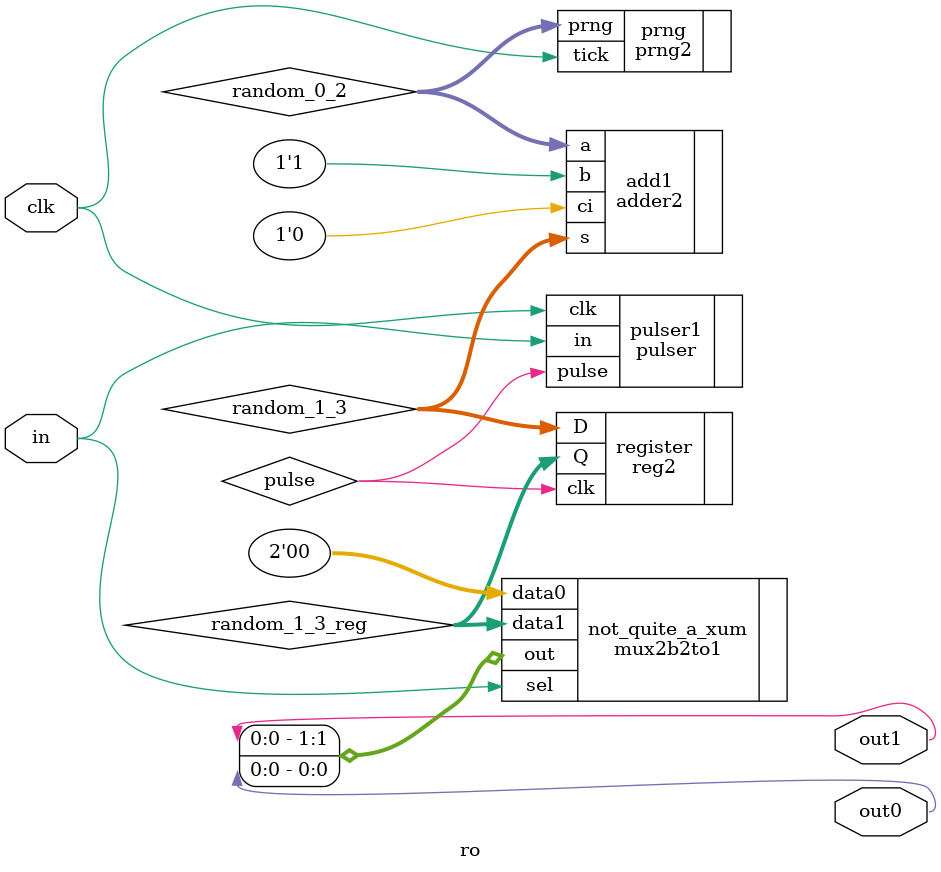
<source format=v>


// im not making this 3 output

module ro(
    output out1, out0,
    input in, clk
    );

wire [1:0] random_0_2, random_1_3, random_1_3_reg;
wire pulse;

prng2 prng(
    .tick(clk),
    .prng(random_0_2)
);

adder2 add1(
    .a(random_0_2),
    .b(1'b1),
    .ci(1'b0),
    .s(random_1_3)
);

pulser pulser1(
    .in(in),
    .clk(clk),
    .pulse(pulse)
);

reg2 register(
    .clk(pulse),
    .D(random_1_3),
    .Q(random_1_3_reg)
);

mux2b2to1 not_quite_a_xum(
    .data0(2'b0),
    .data1(random_1_3_reg),
    .sel(in),
    .out({out1, out0})
);

endmodule

</source>
